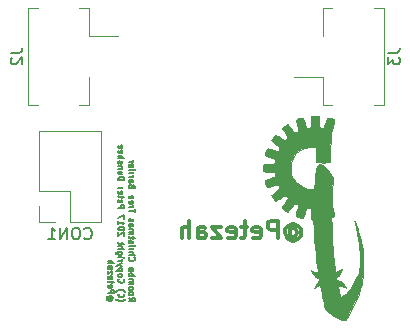
<source format=gbr>
G04 #@! TF.FileFunction,Legend,Bot*
%FSLAX46Y46*%
G04 Gerber Fmt 4.6, Leading zero omitted, Abs format (unit mm)*
G04 Created by KiCad (PCBNEW 4.0.6) date Monday, December 04, 2017 'PMt' 02:56:03 PM*
%MOMM*%
%LPD*%
G01*
G04 APERTURE LIST*
%ADD10C,0.100000*%
%ADD11C,0.300000*%
%ADD12C,0.127000*%
%ADD13C,0.010000*%
%ADD14C,0.120000*%
%ADD15C,0.150000*%
G04 APERTURE END LIST*
D10*
D11*
X167175143Y-126456286D02*
X167246571Y-126384857D01*
X167389428Y-126313429D01*
X167532286Y-126313429D01*
X167675143Y-126384857D01*
X167746571Y-126456286D01*
X167818000Y-126599143D01*
X167818000Y-126742000D01*
X167746571Y-126884857D01*
X167675143Y-126956286D01*
X167532286Y-127027714D01*
X167389428Y-127027714D01*
X167246571Y-126956286D01*
X167175143Y-126884857D01*
X167175143Y-126313429D02*
X167175143Y-126884857D01*
X167103714Y-126956286D01*
X167032286Y-126956286D01*
X166889428Y-126884857D01*
X166818000Y-126742000D01*
X166818000Y-126384857D01*
X166960857Y-126170571D01*
X167175143Y-126027714D01*
X167460857Y-125956286D01*
X167746571Y-126027714D01*
X167960857Y-126170571D01*
X168103714Y-126384857D01*
X168175143Y-126670571D01*
X168103714Y-126956286D01*
X167960857Y-127170571D01*
X167746571Y-127313429D01*
X167460857Y-127384857D01*
X167175143Y-127313429D01*
X166960857Y-127170571D01*
X166175143Y-127170571D02*
X166175143Y-125670571D01*
X165603715Y-125670571D01*
X165460857Y-125742000D01*
X165389429Y-125813429D01*
X165318000Y-125956286D01*
X165318000Y-126170571D01*
X165389429Y-126313429D01*
X165460857Y-126384857D01*
X165603715Y-126456286D01*
X166175143Y-126456286D01*
X164103715Y-127099143D02*
X164246572Y-127170571D01*
X164532286Y-127170571D01*
X164675143Y-127099143D01*
X164746572Y-126956286D01*
X164746572Y-126384857D01*
X164675143Y-126242000D01*
X164532286Y-126170571D01*
X164246572Y-126170571D01*
X164103715Y-126242000D01*
X164032286Y-126384857D01*
X164032286Y-126527714D01*
X164746572Y-126670571D01*
X163603715Y-126170571D02*
X163032286Y-126170571D01*
X163389429Y-125670571D02*
X163389429Y-126956286D01*
X163318001Y-127099143D01*
X163175143Y-127170571D01*
X163032286Y-127170571D01*
X161960858Y-127099143D02*
X162103715Y-127170571D01*
X162389429Y-127170571D01*
X162532286Y-127099143D01*
X162603715Y-126956286D01*
X162603715Y-126384857D01*
X162532286Y-126242000D01*
X162389429Y-126170571D01*
X162103715Y-126170571D01*
X161960858Y-126242000D01*
X161889429Y-126384857D01*
X161889429Y-126527714D01*
X162603715Y-126670571D01*
X161389429Y-126170571D02*
X160603715Y-126170571D01*
X161389429Y-127170571D01*
X160603715Y-127170571D01*
X159389429Y-127170571D02*
X159389429Y-126384857D01*
X159460858Y-126242000D01*
X159603715Y-126170571D01*
X159889429Y-126170571D01*
X160032286Y-126242000D01*
X159389429Y-127099143D02*
X159532286Y-127170571D01*
X159889429Y-127170571D01*
X160032286Y-127099143D01*
X160103715Y-126956286D01*
X160103715Y-126813429D01*
X160032286Y-126670571D01*
X159889429Y-126599143D01*
X159532286Y-126599143D01*
X159389429Y-126527714D01*
X158675143Y-127170571D02*
X158675143Y-125670571D01*
X158032286Y-127170571D02*
X158032286Y-126384857D01*
X158103715Y-126242000D01*
X158246572Y-126170571D01*
X158460857Y-126170571D01*
X158603715Y-126242000D01*
X158675143Y-126313429D01*
D12*
X153567190Y-132176762D02*
X153809095Y-132346095D01*
X153567190Y-132467048D02*
X154075190Y-132467048D01*
X154075190Y-132273524D01*
X154051000Y-132225143D01*
X154026810Y-132200952D01*
X153978429Y-132176762D01*
X153905857Y-132176762D01*
X153857476Y-132200952D01*
X153833286Y-132225143D01*
X153809095Y-132273524D01*
X153809095Y-132467048D01*
X153567190Y-131886476D02*
X153591381Y-131934857D01*
X153615571Y-131959048D01*
X153663952Y-131983238D01*
X153809095Y-131983238D01*
X153857476Y-131959048D01*
X153881667Y-131934857D01*
X153905857Y-131886476D01*
X153905857Y-131813905D01*
X153881667Y-131765524D01*
X153857476Y-131741333D01*
X153809095Y-131717143D01*
X153663952Y-131717143D01*
X153615571Y-131741333D01*
X153591381Y-131765524D01*
X153567190Y-131813905D01*
X153567190Y-131886476D01*
X153567190Y-131426857D02*
X153591381Y-131475238D01*
X153615571Y-131499429D01*
X153663952Y-131523619D01*
X153809095Y-131523619D01*
X153857476Y-131499429D01*
X153881667Y-131475238D01*
X153905857Y-131426857D01*
X153905857Y-131354286D01*
X153881667Y-131305905D01*
X153857476Y-131281714D01*
X153809095Y-131257524D01*
X153663952Y-131257524D01*
X153615571Y-131281714D01*
X153591381Y-131305905D01*
X153567190Y-131354286D01*
X153567190Y-131426857D01*
X153567190Y-131039810D02*
X153905857Y-131039810D01*
X153857476Y-131039810D02*
X153881667Y-131015619D01*
X153905857Y-130967238D01*
X153905857Y-130894667D01*
X153881667Y-130846286D01*
X153833286Y-130822095D01*
X153567190Y-130822095D01*
X153833286Y-130822095D02*
X153881667Y-130797905D01*
X153905857Y-130749524D01*
X153905857Y-130676952D01*
X153881667Y-130628572D01*
X153833286Y-130604381D01*
X153567190Y-130604381D01*
X153567190Y-130362477D02*
X154075190Y-130362477D01*
X153881667Y-130362477D02*
X153905857Y-130314096D01*
X153905857Y-130217334D01*
X153881667Y-130168953D01*
X153857476Y-130144762D01*
X153809095Y-130120572D01*
X153663952Y-130120572D01*
X153615571Y-130144762D01*
X153591381Y-130168953D01*
X153567190Y-130217334D01*
X153567190Y-130314096D01*
X153591381Y-130362477D01*
X153567190Y-129685143D02*
X153833286Y-129685143D01*
X153881667Y-129709334D01*
X153905857Y-129757715D01*
X153905857Y-129854477D01*
X153881667Y-129902858D01*
X153591381Y-129685143D02*
X153567190Y-129733524D01*
X153567190Y-129854477D01*
X153591381Y-129902858D01*
X153639762Y-129927048D01*
X153688143Y-129927048D01*
X153736524Y-129902858D01*
X153760714Y-129854477D01*
X153760714Y-129733524D01*
X153784905Y-129685143D01*
X153615571Y-128765905D02*
X153591381Y-128790095D01*
X153567190Y-128862667D01*
X153567190Y-128911048D01*
X153591381Y-128983619D01*
X153639762Y-129032000D01*
X153688143Y-129056191D01*
X153784905Y-129080381D01*
X153857476Y-129080381D01*
X153954238Y-129056191D01*
X154002619Y-129032000D01*
X154051000Y-128983619D01*
X154075190Y-128911048D01*
X154075190Y-128862667D01*
X154051000Y-128790095D01*
X154026810Y-128765905D01*
X153567190Y-128548191D02*
X154075190Y-128548191D01*
X153567190Y-128330476D02*
X153833286Y-128330476D01*
X153881667Y-128354667D01*
X153905857Y-128403048D01*
X153905857Y-128475619D01*
X153881667Y-128524000D01*
X153857476Y-128548191D01*
X153567190Y-128088572D02*
X153905857Y-128088572D01*
X153809095Y-128088572D02*
X153857476Y-128064381D01*
X153881667Y-128040191D01*
X153905857Y-127991810D01*
X153905857Y-127943429D01*
X153567190Y-127774096D02*
X153905857Y-127774096D01*
X154075190Y-127774096D02*
X154051000Y-127798286D01*
X154026810Y-127774096D01*
X154051000Y-127749905D01*
X154075190Y-127774096D01*
X154026810Y-127774096D01*
X153591381Y-127556381D02*
X153567190Y-127508000D01*
X153567190Y-127411238D01*
X153591381Y-127362857D01*
X153639762Y-127338667D01*
X153663952Y-127338667D01*
X153712333Y-127362857D01*
X153736524Y-127411238D01*
X153736524Y-127483810D01*
X153760714Y-127532191D01*
X153809095Y-127556381D01*
X153833286Y-127556381D01*
X153881667Y-127532191D01*
X153905857Y-127483810D01*
X153905857Y-127411238D01*
X153881667Y-127362857D01*
X153905857Y-127193524D02*
X153905857Y-127000000D01*
X154075190Y-127120953D02*
X153639762Y-127120953D01*
X153591381Y-127096762D01*
X153567190Y-127048381D01*
X153567190Y-127000000D01*
X153567190Y-126830667D02*
X153905857Y-126830667D01*
X153857476Y-126830667D02*
X153881667Y-126806476D01*
X153905857Y-126758095D01*
X153905857Y-126685524D01*
X153881667Y-126637143D01*
X153833286Y-126612952D01*
X153567190Y-126612952D01*
X153833286Y-126612952D02*
X153881667Y-126588762D01*
X153905857Y-126540381D01*
X153905857Y-126467809D01*
X153881667Y-126419429D01*
X153833286Y-126395238D01*
X153567190Y-126395238D01*
X153567190Y-125935619D02*
X153833286Y-125935619D01*
X153881667Y-125959810D01*
X153905857Y-126008191D01*
X153905857Y-126104953D01*
X153881667Y-126153334D01*
X153591381Y-125935619D02*
X153567190Y-125984000D01*
X153567190Y-126104953D01*
X153591381Y-126153334D01*
X153639762Y-126177524D01*
X153688143Y-126177524D01*
X153736524Y-126153334D01*
X153760714Y-126104953D01*
X153760714Y-125984000D01*
X153784905Y-125935619D01*
X153591381Y-125717905D02*
X153567190Y-125669524D01*
X153567190Y-125572762D01*
X153591381Y-125524381D01*
X153639762Y-125500191D01*
X153663952Y-125500191D01*
X153712333Y-125524381D01*
X153736524Y-125572762D01*
X153736524Y-125645334D01*
X153760714Y-125693715D01*
X153809095Y-125717905D01*
X153833286Y-125717905D01*
X153881667Y-125693715D01*
X153905857Y-125645334D01*
X153905857Y-125572762D01*
X153881667Y-125524381D01*
X154075190Y-124968000D02*
X154075190Y-124677714D01*
X153567190Y-124822857D02*
X154075190Y-124822857D01*
X153567190Y-124508381D02*
X153905857Y-124508381D01*
X153809095Y-124508381D02*
X153857476Y-124484190D01*
X153881667Y-124460000D01*
X153905857Y-124411619D01*
X153905857Y-124363238D01*
X153591381Y-124000381D02*
X153567190Y-124048762D01*
X153567190Y-124145524D01*
X153591381Y-124193905D01*
X153639762Y-124218095D01*
X153833286Y-124218095D01*
X153881667Y-124193905D01*
X153905857Y-124145524D01*
X153905857Y-124048762D01*
X153881667Y-124000381D01*
X153833286Y-123976190D01*
X153784905Y-123976190D01*
X153736524Y-124218095D01*
X153591381Y-123564952D02*
X153567190Y-123613333D01*
X153567190Y-123710095D01*
X153591381Y-123758476D01*
X153639762Y-123782666D01*
X153833286Y-123782666D01*
X153881667Y-123758476D01*
X153905857Y-123710095D01*
X153905857Y-123613333D01*
X153881667Y-123564952D01*
X153833286Y-123540761D01*
X153784905Y-123540761D01*
X153736524Y-123782666D01*
X153833286Y-122766665D02*
X153809095Y-122694094D01*
X153784905Y-122669903D01*
X153736524Y-122645713D01*
X153663952Y-122645713D01*
X153615571Y-122669903D01*
X153591381Y-122694094D01*
X153567190Y-122742475D01*
X153567190Y-122935999D01*
X154075190Y-122935999D01*
X154075190Y-122766665D01*
X154051000Y-122718284D01*
X154026810Y-122694094D01*
X153978429Y-122669903D01*
X153930048Y-122669903D01*
X153881667Y-122694094D01*
X153857476Y-122718284D01*
X153833286Y-122766665D01*
X153833286Y-122935999D01*
X153567190Y-122210284D02*
X153833286Y-122210284D01*
X153881667Y-122234475D01*
X153905857Y-122282856D01*
X153905857Y-122379618D01*
X153881667Y-122427999D01*
X153591381Y-122210284D02*
X153567190Y-122258665D01*
X153567190Y-122379618D01*
X153591381Y-122427999D01*
X153639762Y-122452189D01*
X153688143Y-122452189D01*
X153736524Y-122427999D01*
X153760714Y-122379618D01*
X153760714Y-122258665D01*
X153784905Y-122210284D01*
X153567190Y-121968380D02*
X153905857Y-121968380D01*
X153809095Y-121968380D02*
X153857476Y-121944189D01*
X153881667Y-121919999D01*
X153905857Y-121871618D01*
X153905857Y-121823237D01*
X153567190Y-121653904D02*
X153905857Y-121653904D01*
X153809095Y-121653904D02*
X153857476Y-121629713D01*
X153881667Y-121605523D01*
X153905857Y-121557142D01*
X153905857Y-121508761D01*
X153567190Y-121339428D02*
X153905857Y-121339428D01*
X154075190Y-121339428D02*
X154051000Y-121363618D01*
X154026810Y-121339428D01*
X154051000Y-121315237D01*
X154075190Y-121339428D01*
X154026810Y-121339428D01*
X153591381Y-120903999D02*
X153567190Y-120952380D01*
X153567190Y-121049142D01*
X153591381Y-121097523D01*
X153639762Y-121121713D01*
X153833286Y-121121713D01*
X153881667Y-121097523D01*
X153905857Y-121049142D01*
X153905857Y-120952380D01*
X153881667Y-120903999D01*
X153833286Y-120879808D01*
X153784905Y-120879808D01*
X153736524Y-121121713D01*
X153567190Y-120662094D02*
X153905857Y-120662094D01*
X153809095Y-120662094D02*
X153857476Y-120637903D01*
X153881667Y-120613713D01*
X153905857Y-120565332D01*
X153905857Y-120516951D01*
X152484667Y-132321905D02*
X152508857Y-132346095D01*
X152581429Y-132394476D01*
X152629810Y-132418667D01*
X152702381Y-132442857D01*
X152823333Y-132467048D01*
X152920095Y-132467048D01*
X153041048Y-132442857D01*
X153113619Y-132418667D01*
X153162000Y-132394476D01*
X153234571Y-132346095D01*
X153258762Y-132321905D01*
X152726571Y-131838095D02*
X152702381Y-131862285D01*
X152678190Y-131934857D01*
X152678190Y-131983238D01*
X152702381Y-132055809D01*
X152750762Y-132104190D01*
X152799143Y-132128381D01*
X152895905Y-132152571D01*
X152968476Y-132152571D01*
X153065238Y-132128381D01*
X153113619Y-132104190D01*
X153162000Y-132055809D01*
X153186190Y-131983238D01*
X153186190Y-131934857D01*
X153162000Y-131862285D01*
X153137810Y-131838095D01*
X152484667Y-131668762D02*
X152508857Y-131644571D01*
X152581429Y-131596190D01*
X152629810Y-131572000D01*
X152702381Y-131547809D01*
X152823333Y-131523619D01*
X152920095Y-131523619D01*
X153041048Y-131547809D01*
X153113619Y-131572000D01*
X153162000Y-131596190D01*
X153234571Y-131644571D01*
X153258762Y-131668762D01*
X152726571Y-130604380D02*
X152702381Y-130628570D01*
X152678190Y-130701142D01*
X152678190Y-130749523D01*
X152702381Y-130822094D01*
X152750762Y-130870475D01*
X152799143Y-130894666D01*
X152895905Y-130918856D01*
X152968476Y-130918856D01*
X153065238Y-130894666D01*
X153113619Y-130870475D01*
X153162000Y-130822094D01*
X153186190Y-130749523D01*
X153186190Y-130701142D01*
X153162000Y-130628570D01*
X153137810Y-130604380D01*
X152678190Y-130314094D02*
X152702381Y-130362475D01*
X152726571Y-130386666D01*
X152774952Y-130410856D01*
X152920095Y-130410856D01*
X152968476Y-130386666D01*
X152992667Y-130362475D01*
X153016857Y-130314094D01*
X153016857Y-130241523D01*
X152992667Y-130193142D01*
X152968476Y-130168951D01*
X152920095Y-130144761D01*
X152774952Y-130144761D01*
X152726571Y-130168951D01*
X152702381Y-130193142D01*
X152678190Y-130241523D01*
X152678190Y-130314094D01*
X153016857Y-129927047D02*
X152508857Y-129927047D01*
X152992667Y-129927047D02*
X153016857Y-129878666D01*
X153016857Y-129781904D01*
X152992667Y-129733523D01*
X152968476Y-129709332D01*
X152920095Y-129685142D01*
X152774952Y-129685142D01*
X152726571Y-129709332D01*
X152702381Y-129733523D01*
X152678190Y-129781904D01*
X152678190Y-129878666D01*
X152702381Y-129927047D01*
X153016857Y-129515809D02*
X152678190Y-129394856D01*
X153016857Y-129273904D02*
X152678190Y-129394856D01*
X152557238Y-129443237D01*
X152533048Y-129467428D01*
X152508857Y-129515809D01*
X152678190Y-129080380D02*
X153016857Y-129080380D01*
X152920095Y-129080380D02*
X152968476Y-129056189D01*
X152992667Y-129031999D01*
X153016857Y-128983618D01*
X153016857Y-128935237D01*
X152678190Y-128765904D02*
X153016857Y-128765904D01*
X153186190Y-128765904D02*
X153162000Y-128790094D01*
X153137810Y-128765904D01*
X153162000Y-128741713D01*
X153186190Y-128765904D01*
X153137810Y-128765904D01*
X153016857Y-128306284D02*
X152605619Y-128306284D01*
X152557238Y-128330475D01*
X152533048Y-128354665D01*
X152508857Y-128403046D01*
X152508857Y-128475618D01*
X152533048Y-128523999D01*
X152702381Y-128306284D02*
X152678190Y-128354665D01*
X152678190Y-128451427D01*
X152702381Y-128499808D01*
X152726571Y-128523999D01*
X152774952Y-128548189D01*
X152920095Y-128548189D01*
X152968476Y-128523999D01*
X152992667Y-128499808D01*
X153016857Y-128451427D01*
X153016857Y-128354665D01*
X152992667Y-128306284D01*
X152678190Y-128064380D02*
X153186190Y-128064380D01*
X152678190Y-127846665D02*
X152944286Y-127846665D01*
X152992667Y-127870856D01*
X153016857Y-127919237D01*
X153016857Y-127991808D01*
X152992667Y-128040189D01*
X152968476Y-128064380D01*
X153016857Y-127677332D02*
X153016857Y-127483808D01*
X153186190Y-127604761D02*
X152750762Y-127604761D01*
X152702381Y-127580570D01*
X152678190Y-127532189D01*
X152678190Y-127483808D01*
X153137810Y-126951617D02*
X153162000Y-126927427D01*
X153186190Y-126879046D01*
X153186190Y-126758093D01*
X153162000Y-126709712D01*
X153137810Y-126685522D01*
X153089429Y-126661331D01*
X153041048Y-126661331D01*
X152968476Y-126685522D01*
X152678190Y-126975808D01*
X152678190Y-126661331D01*
X153186190Y-126346855D02*
X153186190Y-126298474D01*
X153162000Y-126250093D01*
X153137810Y-126225902D01*
X153089429Y-126201712D01*
X152992667Y-126177521D01*
X152871714Y-126177521D01*
X152774952Y-126201712D01*
X152726571Y-126225902D01*
X152702381Y-126250093D01*
X152678190Y-126298474D01*
X152678190Y-126346855D01*
X152702381Y-126395236D01*
X152726571Y-126419426D01*
X152774952Y-126443617D01*
X152871714Y-126467807D01*
X152992667Y-126467807D01*
X153089429Y-126443617D01*
X153137810Y-126419426D01*
X153162000Y-126395236D01*
X153186190Y-126346855D01*
X152678190Y-125693711D02*
X152678190Y-125983997D01*
X152678190Y-125838854D02*
X153186190Y-125838854D01*
X153113619Y-125887235D01*
X153065238Y-125935616D01*
X153041048Y-125983997D01*
X153186190Y-125524378D02*
X153186190Y-125185711D01*
X152678190Y-125403425D01*
X152678190Y-124605139D02*
X153186190Y-124605139D01*
X153186190Y-124411615D01*
X153162000Y-124363234D01*
X153137810Y-124339043D01*
X153089429Y-124314853D01*
X153016857Y-124314853D01*
X152968476Y-124339043D01*
X152944286Y-124363234D01*
X152920095Y-124411615D01*
X152920095Y-124605139D01*
X152702381Y-123903615D02*
X152678190Y-123951996D01*
X152678190Y-124048758D01*
X152702381Y-124097139D01*
X152750762Y-124121329D01*
X152944286Y-124121329D01*
X152992667Y-124097139D01*
X153016857Y-124048758D01*
X153016857Y-123951996D01*
X152992667Y-123903615D01*
X152944286Y-123879424D01*
X152895905Y-123879424D01*
X152847524Y-124121329D01*
X153016857Y-123734281D02*
X153016857Y-123540757D01*
X153186190Y-123661710D02*
X152750762Y-123661710D01*
X152702381Y-123637519D01*
X152678190Y-123589138D01*
X152678190Y-123540757D01*
X152702381Y-123177900D02*
X152678190Y-123226281D01*
X152678190Y-123323043D01*
X152702381Y-123371424D01*
X152750762Y-123395614D01*
X152944286Y-123395614D01*
X152992667Y-123371424D01*
X153016857Y-123323043D01*
X153016857Y-123226281D01*
X152992667Y-123177900D01*
X152944286Y-123153709D01*
X152895905Y-123153709D01*
X152847524Y-123395614D01*
X152678190Y-122935995D02*
X153016857Y-122935995D01*
X152920095Y-122935995D02*
X152968476Y-122911804D01*
X152992667Y-122887614D01*
X153016857Y-122839233D01*
X153016857Y-122790852D01*
X152678190Y-122234471D02*
X153186190Y-122234471D01*
X153186190Y-122113518D01*
X153162000Y-122040947D01*
X153113619Y-121992566D01*
X153065238Y-121968375D01*
X152968476Y-121944185D01*
X152895905Y-121944185D01*
X152799143Y-121968375D01*
X152750762Y-121992566D01*
X152702381Y-122040947D01*
X152678190Y-122113518D01*
X152678190Y-122234471D01*
X153016857Y-121508756D02*
X152678190Y-121508756D01*
X153016857Y-121726471D02*
X152750762Y-121726471D01*
X152702381Y-121702280D01*
X152678190Y-121653899D01*
X152678190Y-121581328D01*
X152702381Y-121532947D01*
X152726571Y-121508756D01*
X153016857Y-121266852D02*
X152678190Y-121266852D01*
X152968476Y-121266852D02*
X152992667Y-121242661D01*
X153016857Y-121194280D01*
X153016857Y-121121709D01*
X152992667Y-121073328D01*
X152944286Y-121049137D01*
X152678190Y-121049137D01*
X152702381Y-120831423D02*
X152678190Y-120783042D01*
X152678190Y-120686280D01*
X152702381Y-120637899D01*
X152750762Y-120613709D01*
X152774952Y-120613709D01*
X152823333Y-120637899D01*
X152847524Y-120686280D01*
X152847524Y-120758852D01*
X152871714Y-120807233D01*
X152920095Y-120831423D01*
X152944286Y-120831423D01*
X152992667Y-120807233D01*
X153016857Y-120758852D01*
X153016857Y-120686280D01*
X152992667Y-120637899D01*
X152678190Y-120395995D02*
X153186190Y-120395995D01*
X152678190Y-120178280D02*
X152944286Y-120178280D01*
X152992667Y-120202471D01*
X153016857Y-120250852D01*
X153016857Y-120323423D01*
X152992667Y-120371804D01*
X152968476Y-120395995D01*
X152702381Y-119742852D02*
X152678190Y-119791233D01*
X152678190Y-119887995D01*
X152702381Y-119936376D01*
X152750762Y-119960566D01*
X152944286Y-119960566D01*
X152992667Y-119936376D01*
X153016857Y-119887995D01*
X153016857Y-119791233D01*
X152992667Y-119742852D01*
X152944286Y-119718661D01*
X152895905Y-119718661D01*
X152847524Y-119960566D01*
X152702381Y-119307423D02*
X152678190Y-119355804D01*
X152678190Y-119452566D01*
X152702381Y-119500947D01*
X152750762Y-119525137D01*
X152944286Y-119525137D01*
X152992667Y-119500947D01*
X153016857Y-119452566D01*
X153016857Y-119355804D01*
X152992667Y-119307423D01*
X152944286Y-119283232D01*
X152895905Y-119283232D01*
X152847524Y-119525137D01*
X152031095Y-132152571D02*
X152055286Y-132176762D01*
X152079476Y-132225143D01*
X152079476Y-132273524D01*
X152055286Y-132321905D01*
X152031095Y-132346095D01*
X151982714Y-132370286D01*
X151934333Y-132370286D01*
X151885952Y-132346095D01*
X151861762Y-132321905D01*
X151837571Y-132273524D01*
X151837571Y-132225143D01*
X151861762Y-132176762D01*
X151885952Y-132152571D01*
X152079476Y-132152571D02*
X151885952Y-132152571D01*
X151861762Y-132128381D01*
X151861762Y-132104190D01*
X151885952Y-132055810D01*
X151934333Y-132031619D01*
X152055286Y-132031619D01*
X152127857Y-132080000D01*
X152176238Y-132152571D01*
X152200429Y-132249333D01*
X152176238Y-132346095D01*
X152127857Y-132418667D01*
X152055286Y-132467048D01*
X151958524Y-132491238D01*
X151861762Y-132467048D01*
X151789190Y-132418667D01*
X151740810Y-132346095D01*
X151716619Y-132249333D01*
X151740810Y-132152571D01*
X151789190Y-132080000D01*
X151789190Y-131813905D02*
X152297190Y-131813905D01*
X152297190Y-131620381D01*
X152273000Y-131572000D01*
X152248810Y-131547809D01*
X152200429Y-131523619D01*
X152127857Y-131523619D01*
X152079476Y-131547809D01*
X152055286Y-131572000D01*
X152031095Y-131620381D01*
X152031095Y-131813905D01*
X151813381Y-131112381D02*
X151789190Y-131160762D01*
X151789190Y-131257524D01*
X151813381Y-131305905D01*
X151861762Y-131330095D01*
X152055286Y-131330095D01*
X152103667Y-131305905D01*
X152127857Y-131257524D01*
X152127857Y-131160762D01*
X152103667Y-131112381D01*
X152055286Y-131088190D01*
X152006905Y-131088190D01*
X151958524Y-131330095D01*
X152127857Y-130943047D02*
X152127857Y-130749523D01*
X152297190Y-130870476D02*
X151861762Y-130870476D01*
X151813381Y-130846285D01*
X151789190Y-130797904D01*
X151789190Y-130749523D01*
X151813381Y-130386666D02*
X151789190Y-130435047D01*
X151789190Y-130531809D01*
X151813381Y-130580190D01*
X151861762Y-130604380D01*
X152055286Y-130604380D01*
X152103667Y-130580190D01*
X152127857Y-130531809D01*
X152127857Y-130435047D01*
X152103667Y-130386666D01*
X152055286Y-130362475D01*
X152006905Y-130362475D01*
X151958524Y-130604380D01*
X152127857Y-130193142D02*
X152127857Y-129927046D01*
X151789190Y-130193142D01*
X151789190Y-129927046D01*
X151789190Y-129515808D02*
X152055286Y-129515808D01*
X152103667Y-129539999D01*
X152127857Y-129588380D01*
X152127857Y-129685142D01*
X152103667Y-129733523D01*
X151813381Y-129515808D02*
X151789190Y-129564189D01*
X151789190Y-129685142D01*
X151813381Y-129733523D01*
X151861762Y-129757713D01*
X151910143Y-129757713D01*
X151958524Y-129733523D01*
X151982714Y-129685142D01*
X151982714Y-129564189D01*
X152006905Y-129515808D01*
X151789190Y-129273904D02*
X152297190Y-129273904D01*
X151789190Y-129056189D02*
X152055286Y-129056189D01*
X152103667Y-129080380D01*
X152127857Y-129128761D01*
X152127857Y-129201332D01*
X152103667Y-129249713D01*
X152079476Y-129273904D01*
D13*
G36*
X169199683Y-116784756D02*
X169115663Y-116789724D01*
X169065184Y-116800507D01*
X169036807Y-116819154D01*
X169023882Y-116838145D01*
X169013212Y-116885640D01*
X169004342Y-116978200D01*
X168997988Y-117104455D01*
X168994866Y-117253035D01*
X168994666Y-117302211D01*
X168994233Y-117462468D01*
X168992057Y-117575796D01*
X168986820Y-117651711D01*
X168977208Y-117699728D01*
X168961903Y-117729362D01*
X168939589Y-117750127D01*
X168931942Y-117755622D01*
X168862412Y-117784355D01*
X168772222Y-117797587D01*
X168683552Y-117794731D01*
X168618586Y-117775199D01*
X168605523Y-117764278D01*
X168585955Y-117725345D01*
X168553223Y-117644012D01*
X168511622Y-117531553D01*
X168465448Y-117399244D01*
X168457666Y-117376223D01*
X168411214Y-117240192D01*
X168369084Y-117120530D01*
X168335525Y-117029055D01*
X168314788Y-116977587D01*
X168313050Y-116974056D01*
X168287316Y-116942408D01*
X168246209Y-116928769D01*
X168180159Y-116933730D01*
X168079599Y-116957884D01*
X167952150Y-116996372D01*
X167835777Y-117035816D01*
X167763479Y-117068512D01*
X167724384Y-117100614D01*
X167708565Y-117134217D01*
X167710374Y-117190136D01*
X167730029Y-117290686D01*
X167765638Y-117427619D01*
X167809333Y-117573778D01*
X167851976Y-117717250D01*
X167885113Y-117844132D01*
X167906062Y-117942968D01*
X167912138Y-118002298D01*
X167911230Y-118008841D01*
X167873834Y-118062620D01*
X167800554Y-118114225D01*
X167711233Y-118152524D01*
X167630280Y-118166445D01*
X167595660Y-118155471D01*
X167550236Y-118118753D01*
X167488766Y-118050601D01*
X167406007Y-117945322D01*
X167321266Y-117830979D01*
X167231508Y-117710853D01*
X167150172Y-117607333D01*
X167084356Y-117529064D01*
X167041156Y-117484686D01*
X167031650Y-117478302D01*
X166990579Y-117473229D01*
X166937133Y-117490026D01*
X166862615Y-117533228D01*
X166758325Y-117607367D01*
X166701611Y-117650310D01*
X166603161Y-117733553D01*
X166550982Y-117798250D01*
X166539333Y-117839041D01*
X166555260Y-117884538D01*
X166599109Y-117965385D01*
X166664986Y-118071741D01*
X166746995Y-118193764D01*
X166779222Y-118239479D01*
X166864353Y-118361226D01*
X166936186Y-118468717D01*
X166988836Y-118552771D01*
X167016416Y-118604205D01*
X167019111Y-118613688D01*
X166997439Y-118663820D01*
X166943586Y-118726944D01*
X166874294Y-118787899D01*
X166806306Y-118831528D01*
X166764987Y-118843778D01*
X166720191Y-118828057D01*
X166640093Y-118784906D01*
X166534858Y-118720348D01*
X166414647Y-118640403D01*
X166374566Y-118612477D01*
X166252261Y-118528857D01*
X166142361Y-118458472D01*
X166054836Y-118407363D01*
X165999652Y-118381569D01*
X165990325Y-118379643D01*
X165942911Y-118401437D01*
X165878731Y-118460152D01*
X165807482Y-118542847D01*
X165738856Y-118636586D01*
X165682549Y-118728429D01*
X165648255Y-118805439D01*
X165642558Y-118843778D01*
X165658630Y-118883681D01*
X165702713Y-118936300D01*
X165780274Y-119006853D01*
X165896779Y-119100557D01*
X165972095Y-119158291D01*
X166089585Y-119249064D01*
X166191426Y-119330929D01*
X166268720Y-119396492D01*
X166312570Y-119438363D01*
X166318273Y-119445877D01*
X166321898Y-119500653D01*
X166298167Y-119578939D01*
X166256678Y-119661581D01*
X166207029Y-119729422D01*
X166159281Y-119763194D01*
X166111853Y-119760232D01*
X166023004Y-119741941D01*
X165904734Y-119711214D01*
X165769046Y-119670944D01*
X165745313Y-119663422D01*
X165605884Y-119620543D01*
X165480064Y-119585020D01*
X165380549Y-119560222D01*
X165320035Y-119549516D01*
X165315303Y-119549334D01*
X165271143Y-119558478D01*
X165233255Y-119591123D01*
X165197326Y-119655088D01*
X165159044Y-119758193D01*
X165114097Y-119908257D01*
X165110705Y-119920309D01*
X165085176Y-120015005D01*
X165075914Y-120071280D01*
X165083585Y-120104961D01*
X165108859Y-120131875D01*
X165120013Y-120141028D01*
X165167766Y-120167248D01*
X165257325Y-120205706D01*
X165376682Y-120251604D01*
X165513831Y-120300142D01*
X165541198Y-120309363D01*
X165676620Y-120355694D01*
X165793081Y-120397576D01*
X165879861Y-120431004D01*
X165926241Y-120451971D01*
X165930165Y-120454700D01*
X165948363Y-120502577D01*
X165951266Y-120582724D01*
X165940616Y-120673602D01*
X165918157Y-120753671D01*
X165903692Y-120781939D01*
X165884883Y-120807237D01*
X165860884Y-120825025D01*
X165822360Y-120836625D01*
X165759978Y-120843356D01*
X165664405Y-120846541D01*
X165526308Y-120847499D01*
X165440032Y-120847556D01*
X165259261Y-120847983D01*
X165127266Y-120852662D01*
X165036381Y-120866688D01*
X164978944Y-120895157D01*
X164947290Y-120943164D01*
X164933756Y-121015803D01*
X164930678Y-121118172D01*
X164930666Y-121186223D01*
X164931309Y-121306413D01*
X164938347Y-121394174D01*
X164959442Y-121454602D01*
X165002260Y-121492791D01*
X165074463Y-121513837D01*
X165183716Y-121522835D01*
X165337681Y-121524881D01*
X165440032Y-121524889D01*
X165602443Y-121525237D01*
X165717745Y-121527163D01*
X165795269Y-121531987D01*
X165844349Y-121541029D01*
X165874319Y-121555611D01*
X165894512Y-121577054D01*
X165903692Y-121590506D01*
X165931202Y-121657733D01*
X165947738Y-121746111D01*
X165951558Y-121834097D01*
X165940919Y-121900153D01*
X165930165Y-121917745D01*
X165895054Y-121935133D01*
X165816975Y-121965940D01*
X165706648Y-122006162D01*
X165574791Y-122051792D01*
X165541198Y-122063082D01*
X165402006Y-122111578D01*
X165278302Y-122158355D01*
X165182090Y-122198614D01*
X165125378Y-122227556D01*
X165120013Y-122231417D01*
X165089311Y-122259393D01*
X165076411Y-122289372D01*
X165080646Y-122337182D01*
X165101349Y-122418647D01*
X165110705Y-122452136D01*
X165156260Y-122605662D01*
X165194857Y-122711699D01*
X165230809Y-122778068D01*
X165268428Y-122812587D01*
X165312027Y-122823075D01*
X165315303Y-122823111D01*
X165369189Y-122814701D01*
X165463896Y-122791715D01*
X165586726Y-122757522D01*
X165724985Y-122715490D01*
X165745313Y-122709023D01*
X165882755Y-122667429D01*
X166004802Y-122634891D01*
X166099451Y-122614301D01*
X166154703Y-122608552D01*
X166159281Y-122609251D01*
X166207558Y-122643590D01*
X166257171Y-122711685D01*
X166298524Y-122794381D01*
X166322018Y-122872520D01*
X166318273Y-122926568D01*
X166287791Y-122958722D01*
X166220847Y-123017075D01*
X166126337Y-123094238D01*
X166013159Y-123182817D01*
X165972095Y-123214154D01*
X165833861Y-123321522D01*
X165737329Y-123403107D01*
X165677034Y-123464125D01*
X165647509Y-123509793D01*
X165642558Y-123528667D01*
X165655527Y-123587461D01*
X165697337Y-123670203D01*
X165758295Y-123763953D01*
X165828706Y-123855775D01*
X165898875Y-123932728D01*
X165959108Y-123981876D01*
X165990325Y-123992802D01*
X166032816Y-123976562D01*
X166110896Y-123933039D01*
X166214599Y-123868273D01*
X166333956Y-123788303D01*
X166374566Y-123759968D01*
X166497429Y-123676362D01*
X166608577Y-123606211D01*
X166697848Y-123555535D01*
X166755079Y-123530356D01*
X166764987Y-123528667D01*
X166820356Y-123548289D01*
X166890073Y-123597049D01*
X166957395Y-123659787D01*
X167005581Y-123721346D01*
X167019111Y-123758757D01*
X167003416Y-123794291D01*
X166960257Y-123866180D01*
X166895519Y-123965242D01*
X166815088Y-124082297D01*
X166779222Y-124132966D01*
X166692862Y-124258212D01*
X166620519Y-124371322D01*
X166568088Y-124462453D01*
X166541465Y-124521765D01*
X166539333Y-124533404D01*
X166559035Y-124587573D01*
X166621321Y-124656001D01*
X166701611Y-124722135D01*
X166821525Y-124811110D01*
X166907895Y-124867180D01*
X166969417Y-124894879D01*
X167014790Y-124898740D01*
X167031650Y-124894143D01*
X167063561Y-124866108D01*
X167120989Y-124800648D01*
X167196839Y-124706406D01*
X167284012Y-124592024D01*
X167321266Y-124541466D01*
X167424756Y-124402507D01*
X167502776Y-124305214D01*
X167560570Y-124243893D01*
X167603380Y-124212854D01*
X167630280Y-124206000D01*
X167716567Y-124221603D01*
X167805494Y-124260991D01*
X167877216Y-124313031D01*
X167911230Y-124363604D01*
X167908738Y-124412842D01*
X167890791Y-124504074D01*
X167860071Y-124625840D01*
X167819264Y-124766684D01*
X167809333Y-124798667D01*
X167761087Y-124961095D01*
X167727108Y-125094500D01*
X167709287Y-125190634D01*
X167708565Y-125238228D01*
X167727018Y-125275082D01*
X167768851Y-125306973D01*
X167844939Y-125340053D01*
X167952150Y-125376073D01*
X168091814Y-125417949D01*
X168188383Y-125440101D01*
X168251426Y-125443122D01*
X168290510Y-125427603D01*
X168313050Y-125398389D01*
X168331503Y-125353923D01*
X168363415Y-125267682D01*
X168404533Y-125151485D01*
X168450608Y-125017152D01*
X168457666Y-124996223D01*
X168504182Y-124861716D01*
X168546836Y-124745194D01*
X168581333Y-124657932D01*
X168603375Y-124611205D01*
X168605523Y-124608167D01*
X168656907Y-124582641D01*
X168739781Y-124573998D01*
X168831965Y-124581649D01*
X168911275Y-124605007D01*
X168931942Y-124616823D01*
X168956918Y-124637300D01*
X168974208Y-124664220D01*
X168985220Y-124707360D01*
X168991361Y-124776494D01*
X168994040Y-124881400D01*
X168994663Y-125031852D01*
X168994666Y-125052430D01*
X168996681Y-125243379D01*
X169003750Y-125384729D01*
X169017412Y-125483214D01*
X169039205Y-125545572D01*
X169070667Y-125578536D01*
X169113336Y-125588842D01*
X169117184Y-125588889D01*
X169142604Y-125590260D01*
X169161071Y-125599838D01*
X169174191Y-125625823D01*
X169183569Y-125676415D01*
X169190812Y-125759812D01*
X169197525Y-125884216D01*
X169204236Y-126033389D01*
X169238181Y-126706054D01*
X169279149Y-127334486D01*
X169328191Y-127930582D01*
X169386359Y-128506236D01*
X169454703Y-129073344D01*
X169506170Y-129450661D01*
X169530685Y-129628437D01*
X169550974Y-129786904D01*
X169566099Y-129917725D01*
X169575122Y-130012564D01*
X169577102Y-130063085D01*
X169575811Y-130068930D01*
X169544351Y-130066380D01*
X169471966Y-130046828D01*
X169370338Y-130013726D01*
X169281395Y-129981880D01*
X169164837Y-129939276D01*
X169068447Y-129905229D01*
X169004129Y-129883871D01*
X168984162Y-129878667D01*
X168991640Y-129900485D01*
X169025705Y-129960088D01*
X169081037Y-130048701D01*
X169152315Y-130157549D01*
X169162223Y-130172352D01*
X169245760Y-130295375D01*
X169307741Y-130380218D01*
X169357394Y-130436013D01*
X169403943Y-130471893D01*
X169456615Y-130496989D01*
X169508576Y-130515180D01*
X169594919Y-130547707D01*
X169658160Y-130579092D01*
X169678623Y-130595440D01*
X169699106Y-130667197D01*
X169666234Y-130732112D01*
X169617876Y-130766467D01*
X169558850Y-130815294D01*
X169489069Y-130908147D01*
X169405214Y-131049524D01*
X169393972Y-131070103D01*
X169336669Y-131178131D01*
X169292345Y-131266229D01*
X169266210Y-131323747D01*
X169261732Y-131340473D01*
X169289255Y-131332796D01*
X169355183Y-131304427D01*
X169447769Y-131260579D01*
X169499120Y-131235117D01*
X169602625Y-131184307D01*
X169687282Y-131145038D01*
X169740364Y-131123110D01*
X169750701Y-131120445D01*
X169762550Y-131146891D01*
X169782337Y-131220823D01*
X169808240Y-131334134D01*
X169838439Y-131478715D01*
X169871112Y-131646458D01*
X169882226Y-131706056D01*
X169952869Y-132079604D01*
X170017544Y-132402064D01*
X170076048Y-132672576D01*
X170128179Y-132890281D01*
X170173735Y-133054320D01*
X170212514Y-133163832D01*
X170235721Y-133207874D01*
X170312671Y-133292003D01*
X170431646Y-133392448D01*
X170582840Y-133503187D01*
X170756441Y-133618199D01*
X170942641Y-133731459D01*
X171131630Y-133836946D01*
X171313600Y-133928638D01*
X171478740Y-134000511D01*
X171589178Y-134038830D01*
X171729642Y-134071785D01*
X171843455Y-134082110D01*
X171921318Y-134069556D01*
X171948570Y-134048500D01*
X171976832Y-133999919D01*
X172014631Y-133931151D01*
X172016022Y-133928556D01*
X172049624Y-133868115D01*
X172103287Y-133774131D01*
X172168372Y-133661664D01*
X172210301Y-133589889D01*
X172447297Y-133161826D01*
X172666333Y-132718682D01*
X172863196Y-132270851D01*
X173033671Y-131828725D01*
X173173541Y-131402698D01*
X173278594Y-131003165D01*
X173300230Y-130902222D01*
X173337723Y-130675288D01*
X173368526Y-130403489D01*
X173392425Y-130098031D01*
X173409204Y-129770121D01*
X173418649Y-129430965D01*
X173420547Y-129091769D01*
X173414682Y-128763740D01*
X173400840Y-128458084D01*
X173378807Y-128186008D01*
X173355703Y-128003699D01*
X173332455Y-127877065D01*
X173295780Y-127706923D01*
X173248399Y-127503850D01*
X173193036Y-127278420D01*
X173132414Y-127041212D01*
X173069256Y-126802801D01*
X173006284Y-126573762D01*
X172946222Y-126364674D01*
X172891793Y-126186111D01*
X172872046Y-126125111D01*
X172829871Y-126004081D01*
X172786605Y-125890544D01*
X172745687Y-125791913D01*
X172710555Y-125715606D01*
X172684649Y-125669036D01*
X172671408Y-125659620D01*
X172674268Y-125694773D01*
X172675735Y-125701778D01*
X172686791Y-125752705D01*
X172707417Y-125847665D01*
X172735196Y-125975532D01*
X172767712Y-126125181D01*
X172789161Y-126223889D01*
X172893103Y-126723937D01*
X172977536Y-127179976D01*
X173043553Y-127600545D01*
X173092251Y-127994183D01*
X173124726Y-128369429D01*
X173142072Y-128734824D01*
X173145814Y-129003778D01*
X173140157Y-129326223D01*
X173122524Y-129600322D01*
X173092111Y-129833056D01*
X173048118Y-130031409D01*
X173016039Y-130133516D01*
X172975294Y-130232528D01*
X172911121Y-130368764D01*
X172829414Y-130531217D01*
X172736063Y-130708879D01*
X172636962Y-130890742D01*
X172538001Y-131065797D01*
X172445072Y-131223037D01*
X172364502Y-131350800D01*
X172270185Y-131483220D01*
X172164593Y-131615549D01*
X172063138Y-131729070D01*
X172011273Y-131779816D01*
X171925798Y-131850292D01*
X171824613Y-131923439D01*
X171718683Y-131992637D01*
X171618972Y-132051267D01*
X171536446Y-132092709D01*
X171482070Y-132110346D01*
X171468254Y-132107623D01*
X171456676Y-132075333D01*
X171437069Y-131999380D01*
X171411706Y-131890667D01*
X171382858Y-131760092D01*
X171352797Y-131618558D01*
X171323794Y-131476964D01*
X171298122Y-131346210D01*
X171278052Y-131237198D01*
X171265855Y-131160827D01*
X171263804Y-131127998D01*
X171264028Y-131127676D01*
X171294428Y-131131197D01*
X171367138Y-131151014D01*
X171471490Y-131183937D01*
X171596820Y-131226774D01*
X171605744Y-131229934D01*
X171733787Y-131274626D01*
X171843051Y-131311361D01*
X171922269Y-131336451D01*
X171960174Y-131346203D01*
X171960725Y-131346223D01*
X171954792Y-131325862D01*
X171918725Y-131270331D01*
X171858365Y-131187953D01*
X171779554Y-131087051D01*
X171773998Y-131080132D01*
X171680865Y-130966029D01*
X171610804Y-130887124D01*
X171552400Y-130833932D01*
X171494237Y-130796970D01*
X171424902Y-130766750D01*
X171374917Y-130748521D01*
X171256521Y-130698818D01*
X171184368Y-130644994D01*
X171148655Y-130576196D01*
X171139555Y-130487888D01*
X171155585Y-130436584D01*
X171211531Y-130396494D01*
X171246007Y-130381636D01*
X171294057Y-130359006D01*
X171334127Y-130327316D01*
X171373488Y-130276679D01*
X171419412Y-130197211D01*
X171479171Y-130079024D01*
X171500007Y-130036345D01*
X171557253Y-129917654D01*
X171604146Y-129818626D01*
X171635857Y-129749586D01*
X171647555Y-129720861D01*
X171647555Y-129720844D01*
X171624091Y-129727856D01*
X171560354Y-129755969D01*
X171466333Y-129800593D01*
X171362372Y-129851930D01*
X171248102Y-129907882D01*
X171153586Y-129951534D01*
X171089317Y-129978215D01*
X171066005Y-129983857D01*
X171056970Y-129951109D01*
X171042582Y-129869994D01*
X171023930Y-129748223D01*
X171002104Y-129593503D01*
X170978192Y-129413544D01*
X170953283Y-129216056D01*
X170929533Y-129017889D01*
X170878896Y-128548278D01*
X170835696Y-128068142D01*
X170799291Y-127567865D01*
X170769042Y-127037828D01*
X170744307Y-126468415D01*
X170728860Y-126005343D01*
X170710722Y-125391685D01*
X170836397Y-125337815D01*
X170913846Y-125297718D01*
X170966986Y-125257447D01*
X170978349Y-125241529D01*
X170976011Y-125200724D01*
X170958637Y-125116950D01*
X170928843Y-125000852D01*
X170889244Y-124863076D01*
X170869534Y-124798794D01*
X170819480Y-124635202D01*
X170784818Y-124509811D01*
X170762778Y-124407379D01*
X170750589Y-124312663D01*
X170745479Y-124210423D01*
X170744627Y-124111737D01*
X170746762Y-123960631D01*
X170752595Y-123765806D01*
X170761508Y-123539824D01*
X170772882Y-123295244D01*
X170786100Y-123044628D01*
X170800542Y-122800535D01*
X170815591Y-122575528D01*
X170828587Y-122406371D01*
X170855019Y-122088409D01*
X170752672Y-121912482D01*
X170570804Y-121616804D01*
X170397252Y-121368770D01*
X170233231Y-121169661D01*
X170079954Y-121020761D01*
X169938633Y-120923350D01*
X169810483Y-120878710D01*
X169771463Y-120875778D01*
X169674114Y-120890002D01*
X169596307Y-120938046D01*
X169528746Y-121027969D01*
X169478162Y-121130130D01*
X169448037Y-121206605D01*
X169421850Y-121292525D01*
X169398465Y-121395020D01*
X169376743Y-121521220D01*
X169355544Y-121678255D01*
X169333731Y-121873254D01*
X169310165Y-122113348D01*
X169295347Y-122274935D01*
X169234555Y-122950111D01*
X169051111Y-122958765D01*
X168751127Y-122945433D01*
X168461272Y-122878831D01*
X168187204Y-122761959D01*
X167934581Y-122597815D01*
X167709060Y-122389396D01*
X167521960Y-122148389D01*
X167413875Y-121965528D01*
X167337905Y-121789530D01*
X167289700Y-121604482D01*
X167264910Y-121394466D01*
X167259000Y-121186223D01*
X167267423Y-120942781D01*
X167295594Y-120737728D01*
X167347862Y-120555149D01*
X167428576Y-120379128D01*
X167521960Y-120224056D01*
X167720363Y-119969924D01*
X167951079Y-119760876D01*
X168210356Y-119598576D01*
X168494438Y-119484690D01*
X168799571Y-119420885D01*
X169122002Y-119408825D01*
X169319102Y-119426693D01*
X169453860Y-119445164D01*
X169433541Y-120048868D01*
X169427161Y-120264551D01*
X169424449Y-120429622D01*
X169425528Y-120549798D01*
X169430519Y-120630801D01*
X169439546Y-120678350D01*
X169447289Y-120693620D01*
X169487080Y-120708464D01*
X169572093Y-120720376D01*
X169691351Y-120729300D01*
X169833877Y-120735180D01*
X169988694Y-120737958D01*
X170144826Y-120737578D01*
X170291294Y-120733984D01*
X170417123Y-120727120D01*
X170511334Y-120716928D01*
X170562952Y-120703353D01*
X170567942Y-120699389D01*
X170576109Y-120662346D01*
X170584625Y-120575498D01*
X170593123Y-120445480D01*
X170601234Y-120278927D01*
X170608590Y-120082475D01*
X170614826Y-119862758D01*
X170615235Y-119845667D01*
X170627334Y-119415041D01*
X170641991Y-119039169D01*
X170659185Y-118718398D01*
X170678895Y-118453076D01*
X170701099Y-118243548D01*
X170718562Y-118127752D01*
X170738131Y-118039034D01*
X170771001Y-117912069D01*
X170812966Y-117762269D01*
X170859819Y-117605048D01*
X170871395Y-117567695D01*
X170914095Y-117424852D01*
X170948083Y-117299053D01*
X170970729Y-117201041D01*
X170979401Y-117141561D01*
X170978349Y-117130916D01*
X170937937Y-117089539D01*
X170851987Y-117042928D01*
X170730553Y-116995626D01*
X170583690Y-116952175D01*
X170581599Y-116951641D01*
X170491531Y-116931368D01*
X170437808Y-116928896D01*
X170403121Y-116944509D01*
X170391825Y-116954747D01*
X170368430Y-116995169D01*
X170331870Y-117078551D01*
X170286464Y-117194184D01*
X170236532Y-117331361D01*
X170216003Y-117390616D01*
X170081222Y-117785445D01*
X169916050Y-117784598D01*
X169830162Y-117781981D01*
X169767216Y-117770072D01*
X169723652Y-117741272D01*
X169695911Y-117687982D01*
X169680432Y-117602600D01*
X169673656Y-117477528D01*
X169672023Y-117305165D01*
X169672000Y-117263584D01*
X169669879Y-117073924D01*
X169663381Y-116937881D01*
X169652304Y-116852782D01*
X169638133Y-116817423D01*
X169589787Y-116799431D01*
X169490120Y-116787977D01*
X169343934Y-116783587D01*
X169328682Y-116783556D01*
X169199683Y-116784756D01*
X169199683Y-116784756D01*
G37*
X169199683Y-116784756D02*
X169115663Y-116789724D01*
X169065184Y-116800507D01*
X169036807Y-116819154D01*
X169023882Y-116838145D01*
X169013212Y-116885640D01*
X169004342Y-116978200D01*
X168997988Y-117104455D01*
X168994866Y-117253035D01*
X168994666Y-117302211D01*
X168994233Y-117462468D01*
X168992057Y-117575796D01*
X168986820Y-117651711D01*
X168977208Y-117699728D01*
X168961903Y-117729362D01*
X168939589Y-117750127D01*
X168931942Y-117755622D01*
X168862412Y-117784355D01*
X168772222Y-117797587D01*
X168683552Y-117794731D01*
X168618586Y-117775199D01*
X168605523Y-117764278D01*
X168585955Y-117725345D01*
X168553223Y-117644012D01*
X168511622Y-117531553D01*
X168465448Y-117399244D01*
X168457666Y-117376223D01*
X168411214Y-117240192D01*
X168369084Y-117120530D01*
X168335525Y-117029055D01*
X168314788Y-116977587D01*
X168313050Y-116974056D01*
X168287316Y-116942408D01*
X168246209Y-116928769D01*
X168180159Y-116933730D01*
X168079599Y-116957884D01*
X167952150Y-116996372D01*
X167835777Y-117035816D01*
X167763479Y-117068512D01*
X167724384Y-117100614D01*
X167708565Y-117134217D01*
X167710374Y-117190136D01*
X167730029Y-117290686D01*
X167765638Y-117427619D01*
X167809333Y-117573778D01*
X167851976Y-117717250D01*
X167885113Y-117844132D01*
X167906062Y-117942968D01*
X167912138Y-118002298D01*
X167911230Y-118008841D01*
X167873834Y-118062620D01*
X167800554Y-118114225D01*
X167711233Y-118152524D01*
X167630280Y-118166445D01*
X167595660Y-118155471D01*
X167550236Y-118118753D01*
X167488766Y-118050601D01*
X167406007Y-117945322D01*
X167321266Y-117830979D01*
X167231508Y-117710853D01*
X167150172Y-117607333D01*
X167084356Y-117529064D01*
X167041156Y-117484686D01*
X167031650Y-117478302D01*
X166990579Y-117473229D01*
X166937133Y-117490026D01*
X166862615Y-117533228D01*
X166758325Y-117607367D01*
X166701611Y-117650310D01*
X166603161Y-117733553D01*
X166550982Y-117798250D01*
X166539333Y-117839041D01*
X166555260Y-117884538D01*
X166599109Y-117965385D01*
X166664986Y-118071741D01*
X166746995Y-118193764D01*
X166779222Y-118239479D01*
X166864353Y-118361226D01*
X166936186Y-118468717D01*
X166988836Y-118552771D01*
X167016416Y-118604205D01*
X167019111Y-118613688D01*
X166997439Y-118663820D01*
X166943586Y-118726944D01*
X166874294Y-118787899D01*
X166806306Y-118831528D01*
X166764987Y-118843778D01*
X166720191Y-118828057D01*
X166640093Y-118784906D01*
X166534858Y-118720348D01*
X166414647Y-118640403D01*
X166374566Y-118612477D01*
X166252261Y-118528857D01*
X166142361Y-118458472D01*
X166054836Y-118407363D01*
X165999652Y-118381569D01*
X165990325Y-118379643D01*
X165942911Y-118401437D01*
X165878731Y-118460152D01*
X165807482Y-118542847D01*
X165738856Y-118636586D01*
X165682549Y-118728429D01*
X165648255Y-118805439D01*
X165642558Y-118843778D01*
X165658630Y-118883681D01*
X165702713Y-118936300D01*
X165780274Y-119006853D01*
X165896779Y-119100557D01*
X165972095Y-119158291D01*
X166089585Y-119249064D01*
X166191426Y-119330929D01*
X166268720Y-119396492D01*
X166312570Y-119438363D01*
X166318273Y-119445877D01*
X166321898Y-119500653D01*
X166298167Y-119578939D01*
X166256678Y-119661581D01*
X166207029Y-119729422D01*
X166159281Y-119763194D01*
X166111853Y-119760232D01*
X166023004Y-119741941D01*
X165904734Y-119711214D01*
X165769046Y-119670944D01*
X165745313Y-119663422D01*
X165605884Y-119620543D01*
X165480064Y-119585020D01*
X165380549Y-119560222D01*
X165320035Y-119549516D01*
X165315303Y-119549334D01*
X165271143Y-119558478D01*
X165233255Y-119591123D01*
X165197326Y-119655088D01*
X165159044Y-119758193D01*
X165114097Y-119908257D01*
X165110705Y-119920309D01*
X165085176Y-120015005D01*
X165075914Y-120071280D01*
X165083585Y-120104961D01*
X165108859Y-120131875D01*
X165120013Y-120141028D01*
X165167766Y-120167248D01*
X165257325Y-120205706D01*
X165376682Y-120251604D01*
X165513831Y-120300142D01*
X165541198Y-120309363D01*
X165676620Y-120355694D01*
X165793081Y-120397576D01*
X165879861Y-120431004D01*
X165926241Y-120451971D01*
X165930165Y-120454700D01*
X165948363Y-120502577D01*
X165951266Y-120582724D01*
X165940616Y-120673602D01*
X165918157Y-120753671D01*
X165903692Y-120781939D01*
X165884883Y-120807237D01*
X165860884Y-120825025D01*
X165822360Y-120836625D01*
X165759978Y-120843356D01*
X165664405Y-120846541D01*
X165526308Y-120847499D01*
X165440032Y-120847556D01*
X165259261Y-120847983D01*
X165127266Y-120852662D01*
X165036381Y-120866688D01*
X164978944Y-120895157D01*
X164947290Y-120943164D01*
X164933756Y-121015803D01*
X164930678Y-121118172D01*
X164930666Y-121186223D01*
X164931309Y-121306413D01*
X164938347Y-121394174D01*
X164959442Y-121454602D01*
X165002260Y-121492791D01*
X165074463Y-121513837D01*
X165183716Y-121522835D01*
X165337681Y-121524881D01*
X165440032Y-121524889D01*
X165602443Y-121525237D01*
X165717745Y-121527163D01*
X165795269Y-121531987D01*
X165844349Y-121541029D01*
X165874319Y-121555611D01*
X165894512Y-121577054D01*
X165903692Y-121590506D01*
X165931202Y-121657733D01*
X165947738Y-121746111D01*
X165951558Y-121834097D01*
X165940919Y-121900153D01*
X165930165Y-121917745D01*
X165895054Y-121935133D01*
X165816975Y-121965940D01*
X165706648Y-122006162D01*
X165574791Y-122051792D01*
X165541198Y-122063082D01*
X165402006Y-122111578D01*
X165278302Y-122158355D01*
X165182090Y-122198614D01*
X165125378Y-122227556D01*
X165120013Y-122231417D01*
X165089311Y-122259393D01*
X165076411Y-122289372D01*
X165080646Y-122337182D01*
X165101349Y-122418647D01*
X165110705Y-122452136D01*
X165156260Y-122605662D01*
X165194857Y-122711699D01*
X165230809Y-122778068D01*
X165268428Y-122812587D01*
X165312027Y-122823075D01*
X165315303Y-122823111D01*
X165369189Y-122814701D01*
X165463896Y-122791715D01*
X165586726Y-122757522D01*
X165724985Y-122715490D01*
X165745313Y-122709023D01*
X165882755Y-122667429D01*
X166004802Y-122634891D01*
X166099451Y-122614301D01*
X166154703Y-122608552D01*
X166159281Y-122609251D01*
X166207558Y-122643590D01*
X166257171Y-122711685D01*
X166298524Y-122794381D01*
X166322018Y-122872520D01*
X166318273Y-122926568D01*
X166287791Y-122958722D01*
X166220847Y-123017075D01*
X166126337Y-123094238D01*
X166013159Y-123182817D01*
X165972095Y-123214154D01*
X165833861Y-123321522D01*
X165737329Y-123403107D01*
X165677034Y-123464125D01*
X165647509Y-123509793D01*
X165642558Y-123528667D01*
X165655527Y-123587461D01*
X165697337Y-123670203D01*
X165758295Y-123763953D01*
X165828706Y-123855775D01*
X165898875Y-123932728D01*
X165959108Y-123981876D01*
X165990325Y-123992802D01*
X166032816Y-123976562D01*
X166110896Y-123933039D01*
X166214599Y-123868273D01*
X166333956Y-123788303D01*
X166374566Y-123759968D01*
X166497429Y-123676362D01*
X166608577Y-123606211D01*
X166697848Y-123555535D01*
X166755079Y-123530356D01*
X166764987Y-123528667D01*
X166820356Y-123548289D01*
X166890073Y-123597049D01*
X166957395Y-123659787D01*
X167005581Y-123721346D01*
X167019111Y-123758757D01*
X167003416Y-123794291D01*
X166960257Y-123866180D01*
X166895519Y-123965242D01*
X166815088Y-124082297D01*
X166779222Y-124132966D01*
X166692862Y-124258212D01*
X166620519Y-124371322D01*
X166568088Y-124462453D01*
X166541465Y-124521765D01*
X166539333Y-124533404D01*
X166559035Y-124587573D01*
X166621321Y-124656001D01*
X166701611Y-124722135D01*
X166821525Y-124811110D01*
X166907895Y-124867180D01*
X166969417Y-124894879D01*
X167014790Y-124898740D01*
X167031650Y-124894143D01*
X167063561Y-124866108D01*
X167120989Y-124800648D01*
X167196839Y-124706406D01*
X167284012Y-124592024D01*
X167321266Y-124541466D01*
X167424756Y-124402507D01*
X167502776Y-124305214D01*
X167560570Y-124243893D01*
X167603380Y-124212854D01*
X167630280Y-124206000D01*
X167716567Y-124221603D01*
X167805494Y-124260991D01*
X167877216Y-124313031D01*
X167911230Y-124363604D01*
X167908738Y-124412842D01*
X167890791Y-124504074D01*
X167860071Y-124625840D01*
X167819264Y-124766684D01*
X167809333Y-124798667D01*
X167761087Y-124961095D01*
X167727108Y-125094500D01*
X167709287Y-125190634D01*
X167708565Y-125238228D01*
X167727018Y-125275082D01*
X167768851Y-125306973D01*
X167844939Y-125340053D01*
X167952150Y-125376073D01*
X168091814Y-125417949D01*
X168188383Y-125440101D01*
X168251426Y-125443122D01*
X168290510Y-125427603D01*
X168313050Y-125398389D01*
X168331503Y-125353923D01*
X168363415Y-125267682D01*
X168404533Y-125151485D01*
X168450608Y-125017152D01*
X168457666Y-124996223D01*
X168504182Y-124861716D01*
X168546836Y-124745194D01*
X168581333Y-124657932D01*
X168603375Y-124611205D01*
X168605523Y-124608167D01*
X168656907Y-124582641D01*
X168739781Y-124573998D01*
X168831965Y-124581649D01*
X168911275Y-124605007D01*
X168931942Y-124616823D01*
X168956918Y-124637300D01*
X168974208Y-124664220D01*
X168985220Y-124707360D01*
X168991361Y-124776494D01*
X168994040Y-124881400D01*
X168994663Y-125031852D01*
X168994666Y-125052430D01*
X168996681Y-125243379D01*
X169003750Y-125384729D01*
X169017412Y-125483214D01*
X169039205Y-125545572D01*
X169070667Y-125578536D01*
X169113336Y-125588842D01*
X169117184Y-125588889D01*
X169142604Y-125590260D01*
X169161071Y-125599838D01*
X169174191Y-125625823D01*
X169183569Y-125676415D01*
X169190812Y-125759812D01*
X169197525Y-125884216D01*
X169204236Y-126033389D01*
X169238181Y-126706054D01*
X169279149Y-127334486D01*
X169328191Y-127930582D01*
X169386359Y-128506236D01*
X169454703Y-129073344D01*
X169506170Y-129450661D01*
X169530685Y-129628437D01*
X169550974Y-129786904D01*
X169566099Y-129917725D01*
X169575122Y-130012564D01*
X169577102Y-130063085D01*
X169575811Y-130068930D01*
X169544351Y-130066380D01*
X169471966Y-130046828D01*
X169370338Y-130013726D01*
X169281395Y-129981880D01*
X169164837Y-129939276D01*
X169068447Y-129905229D01*
X169004129Y-129883871D01*
X168984162Y-129878667D01*
X168991640Y-129900485D01*
X169025705Y-129960088D01*
X169081037Y-130048701D01*
X169152315Y-130157549D01*
X169162223Y-130172352D01*
X169245760Y-130295375D01*
X169307741Y-130380218D01*
X169357394Y-130436013D01*
X169403943Y-130471893D01*
X169456615Y-130496989D01*
X169508576Y-130515180D01*
X169594919Y-130547707D01*
X169658160Y-130579092D01*
X169678623Y-130595440D01*
X169699106Y-130667197D01*
X169666234Y-130732112D01*
X169617876Y-130766467D01*
X169558850Y-130815294D01*
X169489069Y-130908147D01*
X169405214Y-131049524D01*
X169393972Y-131070103D01*
X169336669Y-131178131D01*
X169292345Y-131266229D01*
X169266210Y-131323747D01*
X169261732Y-131340473D01*
X169289255Y-131332796D01*
X169355183Y-131304427D01*
X169447769Y-131260579D01*
X169499120Y-131235117D01*
X169602625Y-131184307D01*
X169687282Y-131145038D01*
X169740364Y-131123110D01*
X169750701Y-131120445D01*
X169762550Y-131146891D01*
X169782337Y-131220823D01*
X169808240Y-131334134D01*
X169838439Y-131478715D01*
X169871112Y-131646458D01*
X169882226Y-131706056D01*
X169952869Y-132079604D01*
X170017544Y-132402064D01*
X170076048Y-132672576D01*
X170128179Y-132890281D01*
X170173735Y-133054320D01*
X170212514Y-133163832D01*
X170235721Y-133207874D01*
X170312671Y-133292003D01*
X170431646Y-133392448D01*
X170582840Y-133503187D01*
X170756441Y-133618199D01*
X170942641Y-133731459D01*
X171131630Y-133836946D01*
X171313600Y-133928638D01*
X171478740Y-134000511D01*
X171589178Y-134038830D01*
X171729642Y-134071785D01*
X171843455Y-134082110D01*
X171921318Y-134069556D01*
X171948570Y-134048500D01*
X171976832Y-133999919D01*
X172014631Y-133931151D01*
X172016022Y-133928556D01*
X172049624Y-133868115D01*
X172103287Y-133774131D01*
X172168372Y-133661664D01*
X172210301Y-133589889D01*
X172447297Y-133161826D01*
X172666333Y-132718682D01*
X172863196Y-132270851D01*
X173033671Y-131828725D01*
X173173541Y-131402698D01*
X173278594Y-131003165D01*
X173300230Y-130902222D01*
X173337723Y-130675288D01*
X173368526Y-130403489D01*
X173392425Y-130098031D01*
X173409204Y-129770121D01*
X173418649Y-129430965D01*
X173420547Y-129091769D01*
X173414682Y-128763740D01*
X173400840Y-128458084D01*
X173378807Y-128186008D01*
X173355703Y-128003699D01*
X173332455Y-127877065D01*
X173295780Y-127706923D01*
X173248399Y-127503850D01*
X173193036Y-127278420D01*
X173132414Y-127041212D01*
X173069256Y-126802801D01*
X173006284Y-126573762D01*
X172946222Y-126364674D01*
X172891793Y-126186111D01*
X172872046Y-126125111D01*
X172829871Y-126004081D01*
X172786605Y-125890544D01*
X172745687Y-125791913D01*
X172710555Y-125715606D01*
X172684649Y-125669036D01*
X172671408Y-125659620D01*
X172674268Y-125694773D01*
X172675735Y-125701778D01*
X172686791Y-125752705D01*
X172707417Y-125847665D01*
X172735196Y-125975532D01*
X172767712Y-126125181D01*
X172789161Y-126223889D01*
X172893103Y-126723937D01*
X172977536Y-127179976D01*
X173043553Y-127600545D01*
X173092251Y-127994183D01*
X173124726Y-128369429D01*
X173142072Y-128734824D01*
X173145814Y-129003778D01*
X173140157Y-129326223D01*
X173122524Y-129600322D01*
X173092111Y-129833056D01*
X173048118Y-130031409D01*
X173016039Y-130133516D01*
X172975294Y-130232528D01*
X172911121Y-130368764D01*
X172829414Y-130531217D01*
X172736063Y-130708879D01*
X172636962Y-130890742D01*
X172538001Y-131065797D01*
X172445072Y-131223037D01*
X172364502Y-131350800D01*
X172270185Y-131483220D01*
X172164593Y-131615549D01*
X172063138Y-131729070D01*
X172011273Y-131779816D01*
X171925798Y-131850292D01*
X171824613Y-131923439D01*
X171718683Y-131992637D01*
X171618972Y-132051267D01*
X171536446Y-132092709D01*
X171482070Y-132110346D01*
X171468254Y-132107623D01*
X171456676Y-132075333D01*
X171437069Y-131999380D01*
X171411706Y-131890667D01*
X171382858Y-131760092D01*
X171352797Y-131618558D01*
X171323794Y-131476964D01*
X171298122Y-131346210D01*
X171278052Y-131237198D01*
X171265855Y-131160827D01*
X171263804Y-131127998D01*
X171264028Y-131127676D01*
X171294428Y-131131197D01*
X171367138Y-131151014D01*
X171471490Y-131183937D01*
X171596820Y-131226774D01*
X171605744Y-131229934D01*
X171733787Y-131274626D01*
X171843051Y-131311361D01*
X171922269Y-131336451D01*
X171960174Y-131346203D01*
X171960725Y-131346223D01*
X171954792Y-131325862D01*
X171918725Y-131270331D01*
X171858365Y-131187953D01*
X171779554Y-131087051D01*
X171773998Y-131080132D01*
X171680865Y-130966029D01*
X171610804Y-130887124D01*
X171552400Y-130833932D01*
X171494237Y-130796970D01*
X171424902Y-130766750D01*
X171374917Y-130748521D01*
X171256521Y-130698818D01*
X171184368Y-130644994D01*
X171148655Y-130576196D01*
X171139555Y-130487888D01*
X171155585Y-130436584D01*
X171211531Y-130396494D01*
X171246007Y-130381636D01*
X171294057Y-130359006D01*
X171334127Y-130327316D01*
X171373488Y-130276679D01*
X171419412Y-130197211D01*
X171479171Y-130079024D01*
X171500007Y-130036345D01*
X171557253Y-129917654D01*
X171604146Y-129818626D01*
X171635857Y-129749586D01*
X171647555Y-129720861D01*
X171647555Y-129720844D01*
X171624091Y-129727856D01*
X171560354Y-129755969D01*
X171466333Y-129800593D01*
X171362372Y-129851930D01*
X171248102Y-129907882D01*
X171153586Y-129951534D01*
X171089317Y-129978215D01*
X171066005Y-129983857D01*
X171056970Y-129951109D01*
X171042582Y-129869994D01*
X171023930Y-129748223D01*
X171002104Y-129593503D01*
X170978192Y-129413544D01*
X170953283Y-129216056D01*
X170929533Y-129017889D01*
X170878896Y-128548278D01*
X170835696Y-128068142D01*
X170799291Y-127567865D01*
X170769042Y-127037828D01*
X170744307Y-126468415D01*
X170728860Y-126005343D01*
X170710722Y-125391685D01*
X170836397Y-125337815D01*
X170913846Y-125297718D01*
X170966986Y-125257447D01*
X170978349Y-125241529D01*
X170976011Y-125200724D01*
X170958637Y-125116950D01*
X170928843Y-125000852D01*
X170889244Y-124863076D01*
X170869534Y-124798794D01*
X170819480Y-124635202D01*
X170784818Y-124509811D01*
X170762778Y-124407379D01*
X170750589Y-124312663D01*
X170745479Y-124210423D01*
X170744627Y-124111737D01*
X170746762Y-123960631D01*
X170752595Y-123765806D01*
X170761508Y-123539824D01*
X170772882Y-123295244D01*
X170786100Y-123044628D01*
X170800542Y-122800535D01*
X170815591Y-122575528D01*
X170828587Y-122406371D01*
X170855019Y-122088409D01*
X170752672Y-121912482D01*
X170570804Y-121616804D01*
X170397252Y-121368770D01*
X170233231Y-121169661D01*
X170079954Y-121020761D01*
X169938633Y-120923350D01*
X169810483Y-120878710D01*
X169771463Y-120875778D01*
X169674114Y-120890002D01*
X169596307Y-120938046D01*
X169528746Y-121027969D01*
X169478162Y-121130130D01*
X169448037Y-121206605D01*
X169421850Y-121292525D01*
X169398465Y-121395020D01*
X169376743Y-121521220D01*
X169355544Y-121678255D01*
X169333731Y-121873254D01*
X169310165Y-122113348D01*
X169295347Y-122274935D01*
X169234555Y-122950111D01*
X169051111Y-122958765D01*
X168751127Y-122945433D01*
X168461272Y-122878831D01*
X168187204Y-122761959D01*
X167934581Y-122597815D01*
X167709060Y-122389396D01*
X167521960Y-122148389D01*
X167413875Y-121965528D01*
X167337905Y-121789530D01*
X167289700Y-121604482D01*
X167264910Y-121394466D01*
X167259000Y-121186223D01*
X167267423Y-120942781D01*
X167295594Y-120737728D01*
X167347862Y-120555149D01*
X167428576Y-120379128D01*
X167521960Y-120224056D01*
X167720363Y-119969924D01*
X167951079Y-119760876D01*
X168210356Y-119598576D01*
X168494438Y-119484690D01*
X168799571Y-119420885D01*
X169122002Y-119408825D01*
X169319102Y-119426693D01*
X169453860Y-119445164D01*
X169433541Y-120048868D01*
X169427161Y-120264551D01*
X169424449Y-120429622D01*
X169425528Y-120549798D01*
X169430519Y-120630801D01*
X169439546Y-120678350D01*
X169447289Y-120693620D01*
X169487080Y-120708464D01*
X169572093Y-120720376D01*
X169691351Y-120729300D01*
X169833877Y-120735180D01*
X169988694Y-120737958D01*
X170144826Y-120737578D01*
X170291294Y-120733984D01*
X170417123Y-120727120D01*
X170511334Y-120716928D01*
X170562952Y-120703353D01*
X170567942Y-120699389D01*
X170576109Y-120662346D01*
X170584625Y-120575498D01*
X170593123Y-120445480D01*
X170601234Y-120278927D01*
X170608590Y-120082475D01*
X170614826Y-119862758D01*
X170615235Y-119845667D01*
X170627334Y-119415041D01*
X170641991Y-119039169D01*
X170659185Y-118718398D01*
X170678895Y-118453076D01*
X170701099Y-118243548D01*
X170718562Y-118127752D01*
X170738131Y-118039034D01*
X170771001Y-117912069D01*
X170812966Y-117762269D01*
X170859819Y-117605048D01*
X170871395Y-117567695D01*
X170914095Y-117424852D01*
X170948083Y-117299053D01*
X170970729Y-117201041D01*
X170979401Y-117141561D01*
X170978349Y-117130916D01*
X170937937Y-117089539D01*
X170851987Y-117042928D01*
X170730553Y-116995626D01*
X170583690Y-116952175D01*
X170581599Y-116951641D01*
X170491531Y-116931368D01*
X170437808Y-116928896D01*
X170403121Y-116944509D01*
X170391825Y-116954747D01*
X170368430Y-116995169D01*
X170331870Y-117078551D01*
X170286464Y-117194184D01*
X170236532Y-117331361D01*
X170216003Y-117390616D01*
X170081222Y-117785445D01*
X169916050Y-117784598D01*
X169830162Y-117781981D01*
X169767216Y-117770072D01*
X169723652Y-117741272D01*
X169695911Y-117687982D01*
X169680432Y-117602600D01*
X169673656Y-117477528D01*
X169672023Y-117305165D01*
X169672000Y-117263584D01*
X169669879Y-117073924D01*
X169663381Y-116937881D01*
X169652304Y-116852782D01*
X169638133Y-116817423D01*
X169589787Y-116799431D01*
X169490120Y-116787977D01*
X169343934Y-116783587D01*
X169328682Y-116783556D01*
X169199683Y-116784756D01*
D14*
X145990000Y-118050000D02*
X151190000Y-118050000D01*
X145990000Y-123190000D02*
X145990000Y-118050000D01*
X151190000Y-125790000D02*
X151190000Y-118050000D01*
X145990000Y-123190000D02*
X148590000Y-123190000D01*
X148590000Y-123190000D02*
X148590000Y-125790000D01*
X148590000Y-125790000D02*
X151190000Y-125790000D01*
X145990000Y-124460000D02*
X145990000Y-125790000D01*
X145990000Y-125790000D02*
X147320000Y-125790000D01*
X145835000Y-107685000D02*
X145010000Y-107685000D01*
X145010000Y-107685000D02*
X145010000Y-115835000D01*
X145010000Y-115835000D02*
X145835000Y-115835000D01*
X149385000Y-107685000D02*
X150210000Y-107685000D01*
X150210000Y-107685000D02*
X150210000Y-109985000D01*
X149385000Y-115835000D02*
X150210000Y-115835000D01*
X150210000Y-115835000D02*
X150210000Y-113535000D01*
X150210000Y-109985000D02*
X152610000Y-109985000D01*
X174350000Y-115835000D02*
X175175000Y-115835000D01*
X175175000Y-115835000D02*
X175175000Y-107685000D01*
X175175000Y-107685000D02*
X174350000Y-107685000D01*
X170800000Y-115835000D02*
X169975000Y-115835000D01*
X169975000Y-115835000D02*
X169975000Y-113535000D01*
X170800000Y-107685000D02*
X169975000Y-107685000D01*
X169975000Y-107685000D02*
X169975000Y-109985000D01*
X169975000Y-113535000D02*
X167575000Y-113535000D01*
D15*
X149804285Y-127147143D02*
X149851904Y-127194762D01*
X149994761Y-127242381D01*
X150089999Y-127242381D01*
X150232857Y-127194762D01*
X150328095Y-127099524D01*
X150375714Y-127004286D01*
X150423333Y-126813810D01*
X150423333Y-126670952D01*
X150375714Y-126480476D01*
X150328095Y-126385238D01*
X150232857Y-126290000D01*
X150089999Y-126242381D01*
X149994761Y-126242381D01*
X149851904Y-126290000D01*
X149804285Y-126337619D01*
X149185238Y-126242381D02*
X148994761Y-126242381D01*
X148899523Y-126290000D01*
X148804285Y-126385238D01*
X148756666Y-126575714D01*
X148756666Y-126909048D01*
X148804285Y-127099524D01*
X148899523Y-127194762D01*
X148994761Y-127242381D01*
X149185238Y-127242381D01*
X149280476Y-127194762D01*
X149375714Y-127099524D01*
X149423333Y-126909048D01*
X149423333Y-126575714D01*
X149375714Y-126385238D01*
X149280476Y-126290000D01*
X149185238Y-126242381D01*
X148328095Y-127242381D02*
X148328095Y-126242381D01*
X147756666Y-127242381D01*
X147756666Y-126242381D01*
X146756666Y-127242381D02*
X147328095Y-127242381D01*
X147042381Y-127242381D02*
X147042381Y-126242381D01*
X147137619Y-126385238D01*
X147232857Y-126480476D01*
X147328095Y-126528095D01*
X143562381Y-111426667D02*
X144276667Y-111426667D01*
X144419524Y-111379047D01*
X144514762Y-111283809D01*
X144562381Y-111140952D01*
X144562381Y-111045714D01*
X143657619Y-111855238D02*
X143610000Y-111902857D01*
X143562381Y-111998095D01*
X143562381Y-112236191D01*
X143610000Y-112331429D01*
X143657619Y-112379048D01*
X143752857Y-112426667D01*
X143848095Y-112426667D01*
X143990952Y-112379048D01*
X144562381Y-111807619D01*
X144562381Y-112426667D01*
X175527381Y-111426667D02*
X176241667Y-111426667D01*
X176384524Y-111379047D01*
X176479762Y-111283809D01*
X176527381Y-111140952D01*
X176527381Y-111045714D01*
X175527381Y-111807619D02*
X175527381Y-112426667D01*
X175908333Y-112093333D01*
X175908333Y-112236191D01*
X175955952Y-112331429D01*
X176003571Y-112379048D01*
X176098810Y-112426667D01*
X176336905Y-112426667D01*
X176432143Y-112379048D01*
X176479762Y-112331429D01*
X176527381Y-112236191D01*
X176527381Y-111950476D01*
X176479762Y-111855238D01*
X176432143Y-111807619D01*
M02*

</source>
